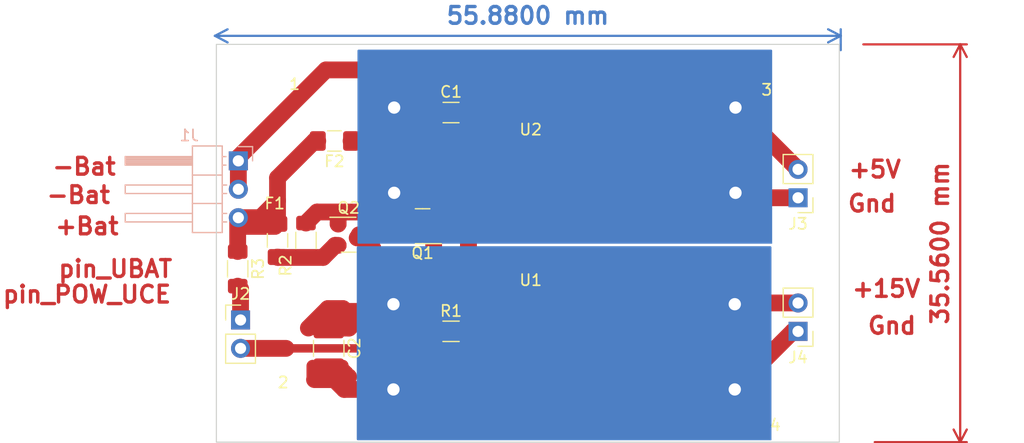
<source format=kicad_pcb>
(kicad_pcb (version 20211014) (generator pcbnew)
  (layers (0 "F.Cu" signal) (31 "B.Cu" signal) (34 "B.Paste" user) (35 "F.Paste" user) (36 "B.SilkS" user "B.Silkscreen") (37 "F.SilkS" user "F.Silkscreen") (38 "B.Mask" user) (39 "F.Mask" user) (44 "Edge.Cuts" user))
  (net 0 "")
  (net 1 "Net-(F1-Pad1)")
  (net 2 "Net-(F1-Pad2)")
  (net 3 "GND")
  (net 4 "Net-(J3-Pad2)")
  (net 5 "Net-(J4-Pad2)")
  (net 6 "Net-(C1-Pad1)")
  (net 7 "Net-(C2-Pad1)")
  (net 8 "Net-(J2-Pad1)")
  (net 9 "Net-(J2-Pad2)")
  (net 10 "Net-(Q1-Pad3)")
  (footprint "Capacitor_SMD:C_1206_3216Metric_Pad1.33x1.80mm_HandSolder" (layer "F.Cu") (at 102.616 34.544)
    (fp_text reference "C1" (at 0 -1.85) (layer "F.SilkS"))
    (fp_text value "10µ")
    (fp_line (start -0.711252 0.91) (end 0.711252 0.91) (layer "F.SilkS") (width 0.12))
    (fp_line (start -0.711252 -0.91) (end 0.711252 -0.91) (layer "F.SilkS") (width 0.12))
    (pad "1" smd roundrect (at -1.5625 0) (size 1.325 1.8) (layers "F.Cu" "F.Paste" "F.Mask") (roundrect_rratio 0.188679) (net 6 "Net-(C1-Pad1)"))
    (pad "2" smd roundrect (at 1.5625 0) (size 1.325 1.8) (layers "F.Cu" "F.Paste" "F.Mask") (roundrect_rratio 0.188679) (net 3 "GND"))
  )
  (footprint "Library:DC-DC-MT3608" (layer "F.Cu") (at 112.7125 61.8375)
    (fp_text reference "U1" (at -2.9845 -12.3075 unlocked) (layer "F.SilkS"))
    (fp_text value "DC-DC-MT3608")
    (fp_poly (pts (xy 18.415 1.905) (xy -18.415 1.905) (xy -18.415 -15.24) (xy 18.415 -15.24)) (layer "B.Cu") (width 0.2) (fill solid))
    (pad "1" thru_hole circle (at -15.24 -10.16) (size 2.54 2.54) (drill 1.1) (layers *.Cu *.Mask "B.Paste") (net 7 "Net-(C2-Pad1)"))
    (pad "2" thru_hole circle (at -15.24 -2.54) (size 2.286 2.286) (drill 1.1) (layers *.Cu *.Mask) (net 3 "GND"))
    (pad "3" thru_hole circle (at 15.24 -2.54) (size 2.54 2.54) (drill 1.1) (layers *.Cu *.Mask) (net 3 "GND"))
    (pad "4" thru_hole circle (at 15.24 -10.16) (size 2.286 2.286) (drill 1.1) (layers *.Cu *.Mask) (net 5 "Net-(J4-Pad2)"))
  )
  (footprint "Connector_PinHeader_2.54mm:PinHeader_1x02_P2.54mm_Vertical" (layer "F.Cu") (at 133.604 54.107 180)
    (fp_text reference "J4" (at 0 -2.33) (layer "F.SilkS"))
    (fp_text value "Pow_Out_15V")
    (fp_line (start 1.33 1.27) (end 1.33 3.87) (layer "F.SilkS") (width 0.12))
    (fp_line (start -1.33 0) (end -1.33 -1.33) (layer "F.SilkS") (width 0.12))
    (fp_line (start -1.33 3.87) (end 1.33 3.87) (layer "F.SilkS") (width 0.12))
    (fp_line (start -1.33 -1.33) (end 0 -1.33) (layer "F.SilkS") (width 0.12))
    (fp_line (start -1.33 1.27) (end 1.33 1.27) (layer "F.SilkS") (width 0.12))
    (fp_line (start -1.33 1.27) (end -1.33 3.87) (layer "F.SilkS") (width 0.12))
    (pad "1" thru_hole rect (at 0 0 180) (size 1.7 1.7) (drill 1) (layers *.Cu *.Mask) (net 3 "GND"))
    (pad "2" thru_hole oval (at 0 2.54 180) (size 1.7 1.7) (drill 1) (layers *.Cu *.Mask) (net 5 "Net-(J4-Pad2)"))
  )
  (footprint "MountingHole:MountingHole_2.2mm_M2" (layer "F.Cu") (at 134.366 32.512)
    (fp_text reference "3" (at -3.556 0) (layer "F.SilkS"))
    (fp_text value "MH_M2")
    (pad "" np_thru_hole circle (at 0 0) (size 2.2 2.2) (drill 2.2) (layers *.Cu *.Mask))
    (pad "" np_thru_hole circle (at 0 0) (size 2.2 2.2) (drill 2.2) (layers *.Cu *.Mask))
  )
  (footprint "Library:DC-DC-MT3608" (layer "F.Cu") (at 112.776 44.2595)
    (fp_text reference "U2" (at -3.048 -8.1915 unlocked) (layer "F.SilkS"))
    (fp_text value "DC-DC-MT3608")
    (fp_poly (pts (xy 18.415 1.905) (xy -18.415 1.905) (xy -18.415 -15.24) (xy 18.415 -15.24)) (layer "B.Cu") (width 0.2) (fill solid))
    (pad "1" thru_hole circle (at -15.24 -10.16) (size 2.54 2.54) (drill 1.1) (layers *.Cu *.Mask "B.Paste") (net 6 "Net-(C1-Pad1)"))
    (pad "2" thru_hole circle (at -15.24 -2.54) (size 2.286 2.286) (drill 1.1) (layers *.Cu *.Mask) (net 3 "GND"))
    (pad "3" thru_hole circle (at 15.24 -2.54) (size 2.54 2.54) (drill 1.1) (layers *.Cu *.Mask) (net 3 "GND"))
    (pad "4" thru_hole circle (at 15.24 -10.16) (size 2.286 2.286) (drill 1.1) (layers *.Cu *.Mask) (net 4 "Net-(J3-Pad2)"))
  )
  (footprint "Package_TO_SOT_SMD:SOT-23" (layer "F.Cu") (at 93.472 45.466)
    (fp_text reference "Q2" (at 0 -2.4) (layer "F.SilkS"))
    (fp_text value "AO3407")
    (fp_line (start 0 -1.56) (end 0.65 -1.56) (layer "F.SilkS") (width 0.12))
    (fp_line (start 0 1.56) (end 0.65 1.56) (layer "F.SilkS") (width 0.12))
    (fp_line (start 0 1.56) (end -0.65 1.56) (layer "F.SilkS") (width 0.12))
    (fp_line (start 0 -1.56) (end -1.675 -1.56) (layer "F.SilkS") (width 0.12))
    (pad "1" smd roundrect (at -0.9375 -0.95) (size 1.475 0.6) (layers "F.Cu" "F.Paste" "F.Mask") (net 10 "Net-(Q1-Pad3)"))
    (pad "2" smd roundrect (at -0.9375 0.95) (size 1.475 0.6) (layers "F.Cu" "F.Paste" "F.Mask") (net 1 "Net-(F1-Pad1)"))
    (pad "3" smd roundrect (at 0.9375 0) (size 1.475 0.6) (layers "F.Cu" "F.Paste" "F.Mask") (net 7 "Net-(C2-Pad1)"))
  )
  (footprint "Connector_PinHeader_2.54mm:PinHeader_1x02_P2.54mm_Vertical" (layer "F.Cu") (at 83.82 53.086)
    (fp_text reference "J2" (at 0 -2.33) (layer "F.SilkS"))
    (fp_text value "Ubat_PowUce")
    (fp_line (start -1.33 1.27) (end -1.33 3.87) (layer "F.SilkS") (width 0.12))
    (fp_line (start 1.33 1.27) (end 1.33 3.87) (layer "F.SilkS") (width 0.12))
    (fp_line (start -1.33 0) (end -1.33 -1.33) (layer "F.SilkS") (width 0.12))
    (fp_line (start -1.33 3.87) (end 1.33 3.87) (layer "F.SilkS") (width 0.12))
    (fp_line (start -1.33 -1.33) (end 0 -1.33) (layer "F.SilkS") (width 0.12))
    (fp_line (start -1.33 1.27) (end 1.33 1.27) (layer "F.SilkS") (width 0.12))
    (pad "1" thru_hole rect (at 0 0) (size 1.7 1.7) (drill 1) (layers *.Cu *.Mask) (net 8 "Net-(J2-Pad1)"))
    (pad "2" thru_hole oval (at 0 2.54) (size 1.7 1.7) (drill 1) (layers *.Cu *.Mask) (net 9 "Net-(J2-Pad2)"))
  )
  (footprint "Package_TO_SOT_SMD:SOT-23" (layer "F.Cu") (at 100.076 44.704 180)
    (fp_text reference "Q1" (at 0 -2.4) (layer "F.SilkS"))
    (fp_text value "BSS123")
    (fp_line (start 0 -1.56) (end 0.65 -1.56) (layer "F.SilkS") (width 0.12))
    (fp_line (start 0 1.56) (end -0.65 1.56) (layer "F.SilkS") (width 0.12))
    (fp_line (start 0 -1.56) (end -1.675 -1.56) (layer "F.SilkS") (width 0.12))
    (fp_line (start 0 1.56) (end 0.65 1.56) (layer "F.SilkS") (width 0.12))
    (pad "1" smd roundrect (at -0.9375 -0.95 180) (size 1.475 0.6) (layers "F.Cu" "F.Paste" "F.Mask") (net 9 "Net-(J2-Pad2)"))
    (pad "2" smd roundrect (at -0.9375 0.95 180) (size 1.475 0.6) (layers "F.Cu" "F.Paste" "F.Mask") (net 3 "GND"))
    (pad "3" smd roundrect (at 0.9375 0 180) (size 1.475 0.6) (layers "F.Cu" "F.Paste" "F.Mask") (net 10 "Net-(Q1-Pad3)"))
  )
  (footprint "Resistor_SMD:R_1206_3216Metric_Pad1.30x1.75mm_HandSolder" (layer "F.Cu") (at 102.616 54.102)
    (fp_text reference "R1" (at 0 -1.82) (layer "F.SilkS"))
    (fp_text value "20k")
    (fp_line (start -0.727064 0.91) (end 0.727064 0.91) (layer "F.SilkS") (width 0.12))
    (fp_line (start -0.727064 -0.91) (end 0.727064 -0.91) (layer "F.SilkS") (width 0.12))
    (pad "1" smd roundrect (at -1.55 0) (size 1.3 1.75) (layers "F.Cu" "F.Paste" "F.Mask") (roundrect_rratio 0.1923076923) (net 9 "Net-(J2-Pad2)"))
    (pad "2" smd roundrect (at 1.55 0) (size 1.3 1.75) (layers "F.Cu" "F.Paste" "F.Mask") (roundrect_rratio 0.1923076923) (net 3 "GND"))
  )
  (footprint "Resistor_SMD:R_1206_3216Metric_Pad1.30x1.75mm_HandSolder" (layer "F.Cu") (at 83.566 48.514 -90)
    (fp_text reference "R3" (at 0 -1.82 90) (layer "F.SilkS"))
    (fp_text value "1k")
    (fp_line (start -0.727064 -0.91) (end 0.727064 -0.91) (layer "F.SilkS") (width 0.12))
    (fp_line (start -0.727064 0.91) (end 0.727064 0.91) (layer "F.SilkS") (width 0.12))
    (pad "1" smd roundrect (at -1.55 0 270) (size 1.3 1.75) (layers "F.Cu" "F.Paste" "F.Mask") (roundrect_rratio 0.192308) (net 2 "Net-(F1-Pad2)"))
    (pad "2" smd roundrect (at 1.55 0 270) (size 1.3 1.75) (layers "F.Cu" "F.Paste" "F.Mask") (roundrect_rratio 0.192308) (net 8 "Net-(J2-Pad1)"))
  )
  (footprint "MountingHole:MountingHole_2.2mm_M2" (layer "F.Cu") (at 84.582 60.706)
    (fp_text reference "2" (at 3.048 -2.032) (layer "F.SilkS"))
    (fp_text value "MH_M2")
    (pad "" np_thru_hole circle (at 0 0) (size 2.2 2.2) (drill 2.2) (layers *.Cu *.Mask))
    (pad "" np_thru_hole circle (at 0 0) (size 2.2 2.2) (drill 2.2) (layers *.Cu *.Mask))
  )
  (footprint "Fuse:Fuse_1206_3216Metric_Pad1.42x1.75mm_HandSolder" (layer "F.Cu") (at 92.202 37.084 180)
    (fp_text reference "F2" (at 0 -1.82) (layer "F.SilkS"))
    (fp_text value "0.5A")
    (fp_line (start -0.602064 -0.91) (end 0.602064 -0.91) (layer "F.SilkS") (width 0.12))
    (fp_line (start -0.602064 0.91) (end 0.602064 0.91) (layer "F.SilkS") (width 0.12))
    (pad "1" smd roundrect (at -1.4875 0 180) (size 1.425 1.75) (layers "F.Cu" "F.Paste" "F.Mask") (roundrect_rratio 0.1754392982) (net 6 "Net-(C1-Pad1)"))
    (pad "2" smd roundrect (at 1.4875 0 180) (size 1.425 1.75) (layers "F.Cu" "F.Paste" "F.Mask") (roundrect_rratio 0.1754392982) (net 2 "Net-(F1-Pad2)"))
  )
  (footprint "Connector_PinHeader_2.54mm:PinHeader_1x02_P2.54mm_Vertical" (layer "F.Cu") (at 133.604 42.164 180)
    (fp_text reference "J3" (at 0 -2.33) (layer "F.SilkS"))
    (fp_text value "Pow_Out_5V")
    (fp_line (start -1.33 3.87) (end 1.33 3.87) (layer "F.SilkS") (width 0.12))
    (fp_line (start 1.33 1.27) (end 1.33 3.87) (layer "F.SilkS") (width 0.12))
    (fp_line (start -1.33 1.27) (end 1.33 1.27) (layer "F.SilkS") (width 0.12))
    (fp_line (start -1.33 0) (end -1.33 -1.33) (layer "F.SilkS") (width 0.12))
    (fp_line (start -1.33 1.27) (end -1.33 3.87) (layer "F.SilkS") (width 0.12))
    (fp_line (start -1.33 -1.33) (end 0 -1.33) (layer "F.SilkS") (width 0.12))
    (pad "1" thru_hole rect (at 0 0 180) (size 1.7 1.7) (drill 1) (layers *.Cu *.Mask) (net 3 "GND"))
    (pad "2" thru_hole oval (at 0 2.54 180) (size 1.7 1.7) (drill 1) (layers *.Cu *.Mask) (net 4 "Net-(J3-Pad2)"))
  )
  (footprint "MountingHole:MountingHole_2.2mm_M2" (layer "F.Cu") (at 84.836 31.75)
    (fp_text reference "1" (at 3.81 0.254) (layer "F.SilkS"))
    (fp_text value "MH_M2")
    (pad "" np_thru_hole circle (at 0 0) (size 2.2 2.2) (drill 2.2) (layers *.Cu *.Mask))
    (pad "" np_thru_hole circle (at 0 0) (size 2.2 2.2) (drill 2.2) (layers *.Cu *.Mask))
  )
  (footprint "Resistor_SMD:R_1206_3216Metric_Pad1.30x1.75mm_HandSolder" (layer "F.Cu") (at 89.662 45.974 90)
    (fp_text reference "R2" (at -2.243 -1.818 90) (layer "F.SilkS"))
    (fp_text value "10k")
    (fp_line (start -0.727064 0.91) (end 0.727064 0.91) (layer "F.SilkS") (width 0.12))
    (fp_line (start -0.727064 -0.91) (end 0.727064 -0.91) (layer "F.SilkS") (width 0.12))
    (pad "1" smd roundrect (at -1.55 0 90) (size 1.3 1.75) (layers "F.Cu" "F.Paste" "F.Mask") (roundrect_rratio 0.1923076923) (net 1 "Net-(F1-Pad1)"))
    (pad "2" smd roundrect (at 1.55 0 90) (size 1.3 1.75) (layers "F.Cu" "F.Paste" "F.Mask") (roundrect_rratio 0.1923076923) (net 10 "Net-(Q1-Pad3)"))
  )
  (footprint "MountingHole:MountingHole_2.2mm_M2" (layer "F.Cu") (at 134.112 60.198)
    (fp_text reference "4" (at -2.54 2.286) (layer "F.SilkS"))
    (fp_text value "MH_M2")
    (pad "" np_thru_hole circle (at 0 0) (size 2.2 2.2) (drill 2.2) (layers *.Cu *.Mask))
  )
  (footprint "Capacitor_SMD:C_1210_3225Metric_Pad1.33x2.70mm_HandSolder" (layer "F.Cu") (at 91.694 55.626 -90)
    (fp_text reference "C2" (at 0 -2.3 90) (layer "F.SilkS"))
    (fp_text value "20µ")
    (fp_line (start -0.711252 -1.36) (end 0.711252 -1.36) (layer "F.SilkS") (width 0.12))
    (fp_line (start -0.711252 1.36) (end 0.711252 1.36) (layer "F.SilkS") (width 0.12))
    (pad "1" smd roundrect (at -1.5625 0 270) (size 1.325 2.7) (layers "F.Cu" "F.Paste" "F.Mask") (roundrect_rratio 0.188679) (net 7 "Net-(C2-Pad1)"))
    (pad "2" smd roundrect (at 1.5625 0 270) (size 1.325 2.7) (layers "F.Cu" "F.Paste" "F.Mask") (roundrect_rratio 0.188679) (net 3 "GND"))
  )
  (footprint "Fuse:Fuse_1206_3216Metric_Pad1.42x1.75mm_HandSolder" (layer "F.Cu") (at 87.122 45.974 90)
    (fp_text reference "F1" (at 3.302 -0.254) (layer "F.SilkS"))
    (fp_text value "2A")
    (fp_line (start -0.602064 0.91) (end 0.602064 0.91) (layer "F.SilkS") (width 0.12))
    (fp_line (start -0.602064 -0.91) (end 0.602064 -0.91) (layer "F.SilkS") (width 0.12))
    (pad "1" smd roundrect (at -1.4875 0 90) (size 1.425 1.75) (layers "F.Cu" "F.Paste" "F.Mask") (roundrect_rratio 0.1754392982) (net 1 "Net-(F1-Pad1)"))
    (pad "2" smd roundrect (at 1.4875 0 90) (size 1.425 1.75) (layers "F.Cu" "F.Paste" "F.Mask") (roundrect_rratio 0.1754392982) (net 2 "Net-(F1-Pad2)"))
  )
  (footprint "Connector_PinHeader_2.54mm:PinHeader_1x03_P2.54mm_Horizontal" (layer "B.Cu") (at 83.623 38.862 180)
    (fp_text reference "J1" (at 4.385 2.27) (layer "B.SilkS") (effects (justify mirror)))
    (fp_text value "Batt_In")
    (fp_line (start 1.042929 -2.92) (end 1.44 -2.92) (layer "B.SilkS") (width 0.12))
    (fp_line (start 1.44 -6.41) (end 4.1 -6.41) (layer "B.SilkS") (width 0.12))
    (fp_line (start 10.1 0.38) (end 10.1 -0.38) (layer "B.SilkS") (width 0.12))
    (fp_line (start 1.11 -0.38) (end 1.44 -0.38) (layer "B.SilkS") (width 0.12))
    (fp_line (start 1.11 0.38) (end 1.44 0.38) (layer "B.SilkS") (width 0.12))
    (fp_line (start 1.042929 -5.46) (end 1.44 -5.46) (layer "B.SilkS") (width 0.12))
    (fp_line (start 10.1 -0.38) (end 4.1 -0.38) (layer "B.SilkS") (width 0.12))
    (fp_line (start 1.44 -3.81) (end 4.1 -3.81) (layer "B.SilkS") (width 0.12))
    (fp_line (start 4.1 1.33) (end 1.44 1.33) (layer "B.SilkS") (width 0.12))
    (fp_line (start 4.1 0.32) (end 10.1 0.32) (layer "B.SilkS") (width 0.12))
    (fp_line (start 1.44 -1.27) (end 4.1 -1.27) (layer "B.SilkS") (width 0.12))
    (fp_line (start 10.1 -2.16) (end 10.1 -2.92) (layer "B.SilkS") (width 0.12))
    (fp_line (start 10.1 -2.92) (end 4.1 -2.92) (layer "B.SilkS") (width 0.12))
    (fp_line (start 4.1 -0.16) (end 10.1 -0.16) (layer "B.SilkS") (width 0.12))
    (fp_line (start 4.1 -0.28) (end 10.1 -0.28) (layer "B.SilkS") (width 0.12))
    (fp_line (start 1.44 1.33) (end 1.44 -6.41) (layer "B.SilkS") (width 0.12))
    (fp_line (start 10.1 -5.46) (end 4.1 -5.46) (layer "B.SilkS") (width 0.12))
    (fp_line (start 4.1 -2.16) (end 10.1 -2.16) (layer "B.SilkS") (width 0.12))
    (fp_line (start 4.1 0.08) (end 10.1 0.08) (layer "B.SilkS") (width 0.12))
    (fp_line (start 1.042929 -4.7) (end 1.44 -4.7) (layer "B.SilkS") (width 0.12))
    (fp_line (start 4.1 0.38) (end 10.1 0.38) (layer "B.SilkS") (width 0.12))
    (fp_line (start 4.1 0.2) (end 10.1 0.2) (layer "B.SilkS") (width 0.12))
    (fp_line (start 4.1 -0.04) (end 10.1 -0.04) (layer "B.SilkS") (width 0.12))
    (fp_line (start 1.042929 -2.16) (end 1.44 -2.16) (layer "B.SilkS") (width 0.12))
    (fp_line (start -1.27 1.27) (end 0 1.27) (layer "B.SilkS") (width 0.12))
    (fp_line (start 4.1 -4.7) (end 10.1 -4.7) (layer "B.SilkS") (width 0.12))
    (fp_line (start 10.1 -4.7) (end 10.1 -5.46) (layer "B.SilkS") (width 0.12))
    (fp_line (start 4.1 -6.41) (end 4.1 1.33) (layer "B.SilkS") (width 0.12))
    (fp_line (start -1.27 0) (end -1.27 1.27) (layer "B.SilkS") (width 0.12))
    (pad "1" thru_hole rect (at 0 0 180) (size 1.7 1.7) (drill 1) (layers *.Cu *.Mask) (net 3 "GND"))
    (pad "2" thru_hole oval (at 0 -2.54 180) (size 1.7 1.7) (drill 1) (layers *.Cu *.Mask) (net 3 "GND"))
    (pad "3" thru_hole oval (at 0 -5.08 180) (size 1.7 1.7) (drill 1) (layers *.Cu *.Mask) (net 2 "Net-(F1-Pad2)"))
  )
  (gr_rect (start 81.661 28.448) (end 137.287 64.008) (layer "Edge.Cuts") (width 0.1) (fill none))
  (gr_text "pin_POW_UCE" (at 70.104 50.8) (layer "F.Cu") (effects (font (size 1.5 1.5) (thickness 0.3))))
  (gr_text "-Bat" (at 69.342 41.91) (layer "F.Cu") (effects (font (size 1.5 1.5) (thickness 0.3))))
  (gr_text "pin_UBAT" (at 72.644 48.514) (layer "F.Cu") (effects (font (size 1.5 1.5) (thickness 0.3))))
  (gr_text "+Bat" (at 70.104 44.704) (layer "F.Cu") (effects (font (size 1.5 1.5) (thickness 0.3))))
  (gr_text "-Bat" (at 69.85 39.37) (layer "F.Cu") (effects (font (size 1.5 1.5) (thickness 0.3))))
  (gr_text "Gnd" (at 140.208 42.672) (layer "F.Cu") (effects (font (size 1.5 1.5) (thickness 0.3))))
  (gr_text "Gnd" (at 141.986 53.594) (layer "F.Cu") (effects (font (size 1.5 1.5) (thickness 0.3))))
  (gr_text "+15V" (at 141.478 50.292) (layer "F.Cu") (effects (font (size 1.5 1.5) (thickness 0.3))))
  (gr_text "+5V" (at 140.462 39.624) (layer "F.Cu") (effects (font (size 1.5 1.5) (thickness 0.3))))
  (dimension (type orthogonal) (layer "F.Cu") (pts (xy 138.938 28.448) (xy 139.954 64.008)) (height 9.144) (orientation 1) (gr_text "35,5600 mm" (at 146.282 46.228 90) (layer "F.Cu") (effects (font (size 1.5 1.5) (thickness 0.3)))) (format (units 3) (units_format 1) (precision 4)) (style (thickness 0.2) (arrow_length 1.27) (text_position_mode 0) (extension_height 0.58642) (extension_offset 0.5) keep_text_aligned))
  (dimension (type orthogonal) (layer "B.Cu") (pts (xy 81.534 27.686) (xy 137.414 29.464)) (height 0) (orientation 0) (gr_text "55,8800 mm" (at 109.474 25.886) (layer "B.Cu") (effects (font (size 1.5 1.5) (thickness 0.3)))) (format (units 3) (units_format 1) (precision 4)) (style (thickness 0.2) (arrow_length 1.27) (text_position_mode 0) (extension_height 0.58642) (extension_offset 0.5) keep_text_aligned))
  (segment (start 91.186 47.498) (end 87.1585 47.498) (width 1.5) (layer "F.Cu") (net 1))
  (segment (start 92.268 46.416) (end 91.186 47.498) (width 1.5) (layer "F.Cu") (net 1))
  (segment (start 92.5345 46.416) (end 92.268 46.416) (width 1.5) (layer "F.Cu") (net 1))
  (segment (start 87.1585 47.498) (end 87.122 47.4615) (width 1.5) (layer "F.Cu") (net 1))
  (segment (start 83.566 46.964) (end 83.566 43.999) (width 1.5) (layer "F.Cu") (net 2))
  (segment (start 87.122 40.386) (end 90.424 37.084) (width 1.5) (layer "F.Cu") (net 2))
  (segment (start 87.122 42.418) (end 87.122 40.386) (width 1.5) (layer "F.Cu") (net 2))
  (segment (start 85.598 43.942) (end 87.122 42.418) (width 1.5) (layer "F.Cu") (net 2))
  (segment (start 83.566 43.999) (end 83.623 43.942) (width 1.5) (layer "F.Cu") (net 2))
  (segment (start 90.424 37.084) (end 90.7145 37.084) (width 1.5) (layer "F.Cu") (net 2))
  (segment (start 83.623 44.719) (end 86.8895 44.719) (width 1.5) (layer "F.Cu") (net 2))
  (segment (start 86.8895 44.719) (end 87.122 44.4865) (width 1.5) (layer "F.Cu") (net 2))
  (segment (start 87.122 44.4865) (end 87.122 42.418) (width 1.5) (layer "F.Cu") (net 2))
  (segment (start 83.623 43.942) (end 85.598 43.942) (width 1.5) (layer "F.Cu") (net 2))
  (segment (start 90.424 58.42) (end 90.2085 58.2045) (width 1) (layer "F.Cu") (net 3))
  (segment (start 104.4325 36.3605) (end 104.4325 32.0425) (width 1.5) (layer "F.Cu") (net 3))
  (segment (start 91.694 57.1885) (end 90.2855 57.1885) (width 1) (layer "F.Cu") (net 3))
  (segment (start 99.6835 41.0095) (end 98.246 41.0095) (width 1.5) (layer "F.Cu") (net 3))
  (segment (start 104.902 52.578) (end 104.166 51.842) (width 1.5) (layer "F.Cu") (net 3))
  (segment (start 128.016 41.7195) (end 104.4805 41.7195) (width 1.5) (layer "F.Cu") (net 3))
  (segment (start 104.4325 36.7915) (end 105.41 35.814) (width 1.5) (layer "F.Cu") (net 3))
  (segment (start 104.368 51.028) (end 104.166 51.028) (width 1.5) (layer "F.Cu") (net 3))
  (segment (start 92.6715 57.1885) (end 91.694 57.1885) (width 0.75) (layer "F.Cu") (net 3))
  (segment (start 133.604 42.164) (end 128.4605 42.164) (width 1.5) (layer "F.Cu") (net 3))
  (segment (start 104.4325 40.3475) (end 104.166 40.614) (width 1.5) (layer "F.Cu") (net 3))
  (segment (start 104.166 62.204) (end 104.394 62.432) (width 1.5) (layer "F.Cu") (net 3))
  (segment (start 97.4725 59.2975) (end 93.0795 59.2975) (width 1.5) (layer "F.Cu") (net 3))
  (segment (start 104.4325 37.1225) (end 104.4325 36.3605) (width 1.5) (layer "F.Cu") (net 3))
  (segment (start 97.536 62.738) (end 97.4725 62.6745) (width 1.5) (layer "F.Cu") (net 3))
  (segment (start 133.148 54.102) (end 133.604 54.102) (width 1.5) (layer "F.Cu") (net 3))
  (segment (start 104.166 40.614) (end 104.166 45.186) (width 1.5) (layer "F.Cu") (net 3))
  (segment (start 104.166 51.028) (end 104.166 51.842) (width 1.5) (layer "F.Cu") (net 3))
  (segment (start 101.0135 41.0695) (end 100.9535 41.0095) (width 1.5) (layer "F.Cu") (net 3))
  (segment (start 97.4725 62.6745) (end 97.4725 59.2975) (width 1.5) (layer "F.Cu") (net 3))
  (segment (start 104.166 45.186) (end 104.166 49.048) (width 1.5) (layer "F.Cu") (net 3))
  (segment (start 104.166 53.62) (end 104.902 54.356) (width 1.5) (layer "F.Cu") (net 3))
  (segment (start 93.472 58.166) (end 93.472 57.658) (width 0.75) (layer "F.Cu") (net 3))
  (segment (start 104.166 51.842) (end 104.166 53.34) (width 1.5) (layer "F.Cu") (net 3))
  (segment (start 99.6835 41.0095) (end 100.9535 41.0095) (width 1.5) (layer "F.Cu") (net 3))
  (segment (start 91.694 57.1885) (end 90.2085 57.1885) (width 0.75) (layer "F.Cu") (net 3))
  (segment (start 104.902 51.562) (end 104.368 51.028) (width 1.5) (layer "F.Cu") (net 3))
  (segment (start 104.4325 31.2035) (end 104.902 30.734) (width 1.5) (layer "F.Cu") (net 3))
  (segment (start 104.166 56.362) (end 104.902 55.626) (width 1.5) (layer "F.Cu") (net 3))
  (segment (start 104.902 54.356) (end 104.902 52.578) (width 1.5) (layer "F.Cu") (net 3))
  (segment (start 105.41 35.814) (end 105.41 33.02) (width 1.5) (layer "F.Cu") (net 3))
  (segment (start 83.623 41.402) (end 83.623 38.862) (width 1.5) (layer "F.Cu") (net 3))
  (segment (start 93.472 57.658) (end 92.964 57.15) (width 0.75) (layer "F.Cu") (net 3))
  (segment (start 104.4325 37.1225) (end 104.4325 36.7915) (width 1.5) (layer "F.Cu") (net 3))
  (segment (start 102.616 62.738) (end 100.913 62.738) (width 1.5) (layer "F.Cu") (net 3))
  (segment (start 90.2085 58.2045) (end 90.2085 57.1885) (width 1) (layer "F.Cu") (net 3))
  (segment (start 104.4325 32.0425) (end 104.4325 31.2035) (width 1.5) (layer "F.Cu") (net 3))
  (segment (start 91.694 57.1885) (end 92.9255 57.1885) (width 1) (layer "F.Cu") (net 3))
  (segment (start 127.9525 59.2975) (end 124.512 62.738) (width 1.5) (layer "F.Cu") (net 3))
  (segment (start 105.41 33.02) (end 104.4325 32.0425) (width 1.5) (layer "F.Cu") (net 3))
  (segment (start 127.9525 59.2975) (end 133.148 54.102) (width 1.5) (layer "F.Cu") (net 3))
  (segment (start 104.166 49.048) (end 104.166 51.028) (width 1.5) (layer "F.Cu") (net 3))
  (segment (start 91.44 30.734) (end 104.902 30.734) (width 1.5) (layer "F.Cu") (net 3))
  (segment (start 104.902 55.626) (end 104.902 51.562) (width 1.5) (layer "F.Cu") (net 3))
  (segment (start 101.0135 41.8315) (end 101.0135 41.0695) (width 1.5) (layer "F.Cu") (net 3))
  (segment (start 92.202 58.42) (end 90.424 58.42) (width 1.5) (layer "F.Cu") (net 3))
  (segment (start 124.512 62.738) (end 104.394 62.738) (width 1.5) (layer "F.Cu") (net 3))
  (segment (start 97.536 62.738) (end 102.616 62.738) (width 1.5) (layer "F.Cu") (net 3))
  (segment (start 100.9535 41.0095) (end 103.7705 41.0095) (width 1.5) (layer "F.Cu") (net 3))
  (segment (start 93.0795 59.2975) (end 92.202 58.42) (width 1.5) (layer "F.Cu") (net 3))
  (segment (start 83.623 38.862) (end 83.623 38.551) (width 1.5) (layer "F.Cu") (net 3))
  (segment (start 104.166 53.34) (end 104.166 56.362) (width 1.5) (layer "F.Cu") (net 3))
  (segment (start 104.4805 41.7195) (end 103.7705 41.0095) (width 1.5) (layer "F.Cu") (net 3))
  (segment (start 104.394 62.432) (end 104.394 62.738) (width 1.5) (layer "F.Cu") (net 3))
  (segment (start 104.4325 40.3475) (end 104.4325 37.1225) (width 1.5) (layer "F.Cu") (net 3))
  (segment (start 90.247 57.15) (end 90.2085 57.1885) (width 0.75) (layer "F.Cu") (net 3))
  (segment (start 100.9015 41.7195) (end 97.536 41.7195) (width 1.5) (layer "F.Cu") (net 3))
  (segment (start 83.623 38.551) (end 91.44 30.734) (width 1.5) (layer "F.Cu") (net 3))
  (segment (start 103.7705 41.0095) (end 104.4325 40.3475) (width 1.5) (layer "F.Cu") (net 3))
  (segment (start 101.0135 41.8315) (end 100.9015 41.7195) (width 1.5) (layer "F.Cu") (net 3))
  (segment (start 104.394 62.738) (end 102.616 62.738) (width 1.5) (layer "F.Cu") (net 3))
  (segment (start 97.536 41.0095) (end 99.6835 41.0095) (width 1.5) (layer "F.Cu") (net 3))
  (segment (start 104.166 56.362) (end 104.166 57.378) (width 1.5) (layer "F.Cu") (net 3))
  (segment (start 104.902 32.512) (end 104.902 30.734) (width 1.5) (layer "F.Cu") (net 3))
  (segment (start 104.166 53.34) (end 104.166 53.62) (width 1.5) (layer "F.Cu") (net 3))
  (segment (start 104.166 45.186) (end 104.166 62.204) (width 1.5) (layer "F.Cu") (net 3))
  (segment (start 128.4605 42.164) (end 128.016 41.7195) (width 1.5) (layer "F.Cu") (net 3))
  (segment (start 92.456 58.166) (end 93.472 58.166) (width 1.5) (layer "F.Cu") (net 3))
  (segment (start 92.202 58.42) (end 92.456 58.166) (width 1.5) (layer "F.Cu") (net 3))
  (segment (start 104.2555 49.1375) (end 104.166 49.048) (width 1.5) (layer "F.Cu") (net 3))
  (segment (start 92.964 57.15) (end 90.247 57.15) (width 0.75) (layer "F.Cu") (net 3))
  (segment (start 92.9255 57.1885) (end 92.964 57.15) (width 1) (layer "F.Cu") (net 3))
  (segment (start 90.2855 57.1885) (end 90.247 57.15) (width 1) (layer "F.Cu") (net 3))
  (segment (start 101.0135 43.754) (end 101.0135 41.8315) (width 1.5) (layer "F.Cu") (net 3))
  (segment (start 83.623 39.639) (end 83.623 38.551) (width 1.5) (layer "F.Cu") (net 3))
  (segment (start 104.902 55.626) (end 104.902 54.356) (width 1.5) (layer "F.Cu") (net 3))
  (segment (start 105.41 33.02) (end 104.902 32.512) (width 1.5) (layer "F.Cu") (net 3))
  (segment (start 98.246 41.0095) (end 97.536 41.7195) (width 1.5) (layer "F.Cu") (net 3))
  (segment (start 130.048 36.068) (end 129.9845 36.068) (width 1.5) (layer "F.Cu") (net 4))
  (segment (start 133.604 39.624) (end 130.048 36.068) (width 1.5) (layer "F.Cu") (net 4))
  (segment (start 129.9845 36.068) (end 128.016 34.0995) (width 1.5) (layer "F.Cu") (net 4))
  (segment (start 130.178265 51.6775) (end 127.9525 51.6775) (width 1.5) (layer "F.Cu") (net 5))
  (segment (start 130.288765 51.567) (end 130.178265 51.6775) (width 1.5) (layer "F.Cu") (net 5))
  (segment (start 133.604 51.567) (end 130.288765 51.567) (width 1.5) (layer "F.Cu") (net 5))
  (segment (start 100.076 34.544) (end 97.9805 34.544) (width 1.5) (layer "F.Cu") (net 6))
  (segment (start 101.8155 33.782) (end 101.092 33.782) (width 1.5) (layer "F.Cu") (net 6))
  (segment (start 101.854 33.782) (end 101.8155 33.782) (width 1) (layer "F.Cu") (net 6))
  (segment (start 97.9805 34.544) (end 97.536 34.0995) (width 1.5) (layer "F.Cu") (net 6))
  (segment (start 93.6895 37.084) (end 94.5515 37.084) (width 1.5) (layer "F.Cu") (net 6))
  (segment (start 101.8155 36.1065) (end 101.346 36.576) (width 1.5) (layer "F.Cu") (net 6))
  (segment (start 101.0535 36.2835) (end 101.0535 34.544) (width 1.5) (layer "F.Cu") (net 6))
  (segment (start 97.0915 34.544) (end 96.67875 34.95675) (width 1.5) (layer "F.Cu") (net 6))
  (segment (start 96.67875 34.95675) (end 97.536 34.0995) (width 1.5) (layer "F.Cu") (net 6))
  (segment (start 94.5515 37.084) (end 96.67875 34.95675) (width 1.5) (layer "F.Cu") (net 6))
  (segment (start 101.0535 34.544) (end 100.076 34.544) (width 1.5) (layer "F.Cu") (net 6))
  (segment (start 100.076 34.544) (end 97.0915 34.544) (width 1.5) (layer "F.Cu") (net 6))
  (segment (start 101.8155 33.782) (end 101.8155 36.1065) (width 1.5) (layer "F.Cu") (net 6))
  (segment (start 101.346 36.576) (end 101.0535 36.2835) (width 1.5) (layer "F.Cu") (net 6))
  (segment (start 91.948 53.8095) (end 91.694 54.0635) (width 0.75) (layer "F.Cu") (net 7))
  (segment (start 96.4045 49.1605) (end 95.6425 49.1605) (width 1.5) (layer "F.Cu") (net 7))
  (segment (start 95.25 52.07) (end 97.0915 50.2285) (width 1) (layer "F.Cu") (net 7))
  (segment (start 97.4725 48.9585) (end 97.4725 50.2285) (width 1.5) (layer "F.Cu") (net 7))
  (segment (start 95.6425 49.1605) (end 95.6425 49.8475) (width 1.5) (layer "F.Cu") (net 7))
  (segment (start 93.5105 53.8095) (end 95.25 52.07) (width 1.5) (layer "F.Cu") (net 7))
  (segment (start 95.6425 47.1285) (end 95.6425 49.1605) (width 1.5) (layer "F.Cu") (net 7))
  (segment (start 91.694 53.8095) (end 93.5105 53.8095) (width 1.5) (layer "F.Cu") (net 7))
  (segment (start 95.6425 46.699) (end 95.6425 47.1285) (width 1.5) (layer "F.Cu") (net 7))
  (segment (start 94.4095 45.466) (end 95.6425 46.699) (width 1.5) (layer "F.Cu") (net 7))
  (segment (start 95.6425 47.1285) (end 97.4725 48.9585) (width 1.5) (layer "F.Cu") (net 7))
  (segment (start 93.5105 53.8095) (end 91.948 53.8095) (width 0.75) (layer "F.Cu") (net 7))
  (segment (start 95.6425 49.1605) (end 95.6425 51.6775) (width 1.5) (layer "F.Cu") (net 7))
  (segment (start 95.6425 51.6775) (end 97.4725 51.6775) (width 1.5) (layer "F.Cu") (net 7))
  (segment (start 92.964 52.07) (end 93.218 52.324) (width 1.5) (layer "F.Cu") (net 7))
  (segment (start 89.8775 53.8095) (end 91.617 52.07) (width 1.5) (layer "F.Cu") (net 7))
  (segment (start 92.964 52.07) (end 95.25 52.07) (width 1) (layer "F.Cu") (net 7))
  (segment (start 97.4725 50.2285) (end 96.4045 49.1605) (width 1.5) (layer "F.Cu") (net 7))
  (segment (start 94.234 45.752528) (end 94.465014 45.521514) (width 1.5) (layer "F.Cu") (net 7))
  (segment (start 91.694 54.0635) (end 90.1315 54.0635) (width 0.75) (layer "F.Cu") (net 7))
  (segment (start 90.1315 54.0635) (end 89.8775 53.8095) (width 0.75) (layer "F.Cu") (net 7))
  (segment (start 91.7325 53.8095) (end 91.694 53.8095) (width 1.5) (layer "F.Cu") (net 7))
  (segment (start 95.6425 49.8475) (end 97.4725 51.6775) (width 1.5) (layer "F.Cu") (net 7))
  (segment (start 91.617 52.07) (end 92.964 52.07) (width 1.5) (layer "F.Cu") (net 7))
  (segment (start 95.25 52.07) (end 95.6425 51.6775) (width 1.5) (layer "F.Cu") (net 7))
  (segment (start 93.218 52.324) (end 91.7325 53.8095) (width 1.5) (layer "F.Cu") (net 7))
  (segment (start 97.0915 50.2285) (end 97.4725 50.2285) (width 1) (layer "F.Cu") (net 7))
  (segment (start 97.4725 51.6775) (end 97.4725 50.2285) (width 1.5) (layer "F.Cu") (net 7))
  (segment (start 83.82 53.086) (end 83.82 50.318) (width 1.5) (layer "F.Cu") (net 8))
  (segment (start 83.82 50.318) (end 83.566 50.064) (width 1.5) (layer "F.Cu") (net 8))
  (segment (start 98.044 55.626) (end 97.79 55.626) (width 0.75) (layer "F.Cu") (net 9))
  (segment (start 87.884 55.626) (end 96.266 55.626) (width 0.75) (layer "F.Cu") (net 9))
  (segment (start 101.066 54.89) (end 101.066 53.34) (width 1.5) (layer "F.Cu") (net 9))
  (segment (start 99.822 56.134) (end 100.584 55.372) (width 1.5) (layer "F.Cu") (net 9))
  (segment (start 97.79 55.626) (end 99.822 55.626) (width 1.5) (layer "F.Cu") (net 9))
  (segment (start 100.33 54.102) (end 100.33 53.34) (width 0.75) (layer "F.Cu") (net 9))
  (segment (start 100.584 55.372) (end 101.066 54.89) (width 1.5) (layer "F.Cu") (net 9))
  (segment (start 100.33 53.34) (end 100.33 52.832) (width 0.75) (layer "F.Cu") (net 9))
  (segment (start 101.574 51.282) (end 101.066 50.774) (width 1.5) (layer "F.Cu") (net 9))
  (segment (start 99.822 54.61) (end 100.584 55.372) (width 1.5) (layer "F.Cu") (net 9))
  (segment (start 99.822 54.61) (end 100.33 54.102) (width 0.75) (layer "F.Cu") (net 9))
  (segment (start 100.532 52.832) (end 101.066 52.298) (width 0.75) (layer "F.Cu") (net 9))
  (segment (start 101.066 45.7065) (end 101.0135 45.654) (width 1.5) (layer "F.Cu") (net 9))
  (segment (start 101.574 54.382) (end 101.574 51.282) (width 1.5) (layer "F.Cu") (net 9))
  (segment (start 96.266 55.626) (end 97.79 55.626) (width 1.5) (layer "F.Cu") (net 9))
  (segment (start 100.33 53.34) (end 98.044 55.626) (width 0.75) (layer "F.Cu") (net 9))
  (segment (start 83.82 55.626) (end 87.884 55.626) (width 1.5) (layer "F.Cu") (net 9))
  (segment (start 101.066 50.774) (end 101.066 45.7065) (width 1.5) (layer "F.Cu") (net 9))
  (segment (start 100.584 55.372) (end 101.574 54.382) (width 1.5) (layer "F.Cu") (net 9))
  (segment (start 101.066 52.298) (end 101.066 50.774) (width 1.5) (layer "F.Cu") (net 9))
  (segment (start 100.33 52.832) (end 100.532 52.832) (width 0.75) (layer "F.Cu") (net 9))
  (segment (start 101.066 53.34) (end 101.066 52.298) (width 1.5) (layer "F.Cu") (net 9))
  (segment (start 92.5345 44.516) (end 92.5345 43.6095) (width 1.5) (layer "F.Cu") (net 10))
  (segment (start 99.1385 44.704) (end 96.266 44.704) (width 1.5) (layer "F.Cu") (net 10))
  (segment (start 92.71 43.434) (end 93.21473 43.434) (width 1.5) (layer "F.Cu") (net 10))
  (segment (start 93.21473 43.434) (end 93.216365 43.435635) (width 1.5) (layer "F.Cu") (net 10))
  (segment (start 96.266 44.704) (end 94.997635 43.435635) (width 1.5) (layer "F.Cu") (net 10))
  (segment (start 90.652 43.434) (end 92.71 43.434) (width 1.5) (layer "F.Cu") (net 10))
  (segment (start 93.216365 43.435635) (end 94.997635 43.435635) (width 1.5) (layer "F.Cu") (net 10))
  (segment (start 89.662 44.424) (end 90.652 43.434) (width 1.5) (layer "F.Cu") (net 10))
  (segment (start 92.5345 43.6095) (end 92.71 43.434) (width 1.5) (layer "F.Cu") (net 10))
  (segment (start 97.536 44.704) (end 99.3925 44.704) (width 1.5) (layer "F.Cu") (net 10))
)
</source>
